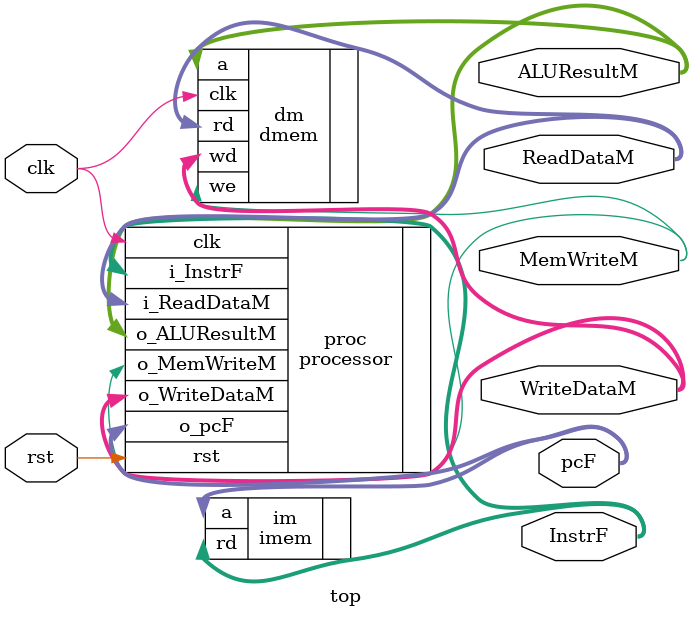
<source format=sv>
module top
(
    input   logic           clk, rst,
    output  logic   [31:0]  InstrF, pcF, ReadDataM, ALUResultM, WriteDataM,
    output  logic           MemWriteM
);

processor proc
(
    .clk            (clk),
    .rst            (rst),

    .i_InstrF       (InstrF),
    .o_pcF          (pcF),

    .o_MemWriteM    (MemWriteM),

    .i_ReadDataM    (ReadDataM),
    .o_ALUResultM   (ALUResultM),
    .o_WriteDataM   (WriteDataM)    
);

dmem dm
(
    .clk           (clk),
    .we            (MemWriteM),
    .a             (ALUResultM),
    .wd            (WriteDataM),
    .rd            (ReadDataM)
);

imem im
(
    .a              (pcF),
    .rd             (InstrF)
);

endmodule

</source>
